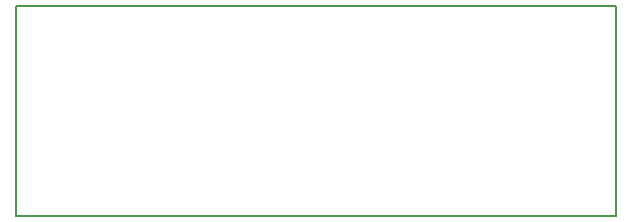
<source format=gm1>
G04 #@! TF.GenerationSoftware,KiCad,Pcbnew,(5.0.0)*
G04 #@! TF.CreationDate,2018-09-08T20:06:21+05:30*
G04 #@! TF.ProjectId,1_7805,315F373830352E6B696361645F706362,1.0*
G04 #@! TF.SameCoordinates,Original*
G04 #@! TF.FileFunction,Profile,NP*
%FSLAX46Y46*%
G04 Gerber Fmt 4.6, Leading zero omitted, Abs format (unit mm)*
G04 Created by KiCad (PCBNEW (5.0.0)) date 09/08/18 20:06:21*
%MOMM*%
%LPD*%
G01*
G04 APERTURE LIST*
%ADD10C,0.150000*%
G04 APERTURE END LIST*
D10*
X137160000Y-87630000D02*
X137160000Y-83820000D01*
X187960000Y-87630000D02*
X137160000Y-87630000D01*
X187960000Y-83820000D02*
X187960000Y-87630000D01*
X137160000Y-83820000D02*
X137160000Y-69850000D01*
X187960000Y-69850000D02*
X187960000Y-83820000D01*
X137160000Y-69850000D02*
X187960000Y-69850000D01*
M02*

</source>
